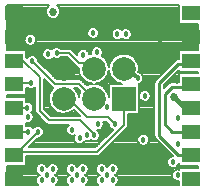
<source format=gbl>
G04 DipTrace Beta 2.3.5.2*
%INsubMicroLRSv2.GBL*%
%MOIN*%
%ADD13C,0.008*%
%ADD14C,0.01*%
%ADD15C,0.005*%
%ADD17C,0.012*%
%ADD18C,0.015*%
%ADD19C,0.007*%
%ADD26R,0.0787X0.0787*%
%ADD27C,0.0787*%
%ADD33R,0.0591X0.0512*%
%ADD35C,0.018*%
%ADD36C,0.027*%
%ADD37C,0.03*%
%FSLAX44Y44*%
G04*
G70*
G90*
G75*
G01*
%LNBottom*%
%LPD*%
X3060Y1820D2*
D13*
Y1790D1*
X3050Y1780D1*
Y1850D1*
X2587Y2312D1*
X1563D1*
X1250Y2625D1*
Y3750D1*
X695Y4305D1*
X384D1*
X950Y3550D2*
X384D1*
Y3518D1*
X1190Y1930D2*
X416Y1156D1*
X384D1*
X4050Y3040D2*
X4060Y3030D1*
Y2160D1*
X3170Y1270D1*
X384D1*
Y1156D1*
X875Y1937D2*
X870Y1943D1*
X384D1*
X3050Y4040D2*
X2870Y4220D1*
X2560D1*
X2218Y4562D1*
X1812D1*
X6150Y5900D2*
D15*
X6170Y5880D1*
X6290D1*
Y3518D2*
D14*
X6192Y3420D1*
X5650D1*
X5420Y3190D1*
Y2190D1*
X5667Y1943D1*
X6290D1*
Y4305D2*
X6172Y4188D1*
X5858D1*
X5230Y3560D1*
Y1800D1*
X5874Y1156D1*
X6290D1*
X2050Y3040D2*
D13*
X2210D1*
X2830Y2420D1*
X3518D1*
X3750Y2188D1*
X840Y2730D2*
X384D1*
X3050Y3040D2*
X2550Y3540D1*
X1750D1*
X1000Y4290D1*
X5730Y3082D2*
D18*
X6082Y2730D1*
X6290D1*
X4510Y3720D2*
D17*
X4190Y4040D1*
X4050D1*
D35*
X3500Y2750D3*
X4750Y3130D3*
X950Y3550D3*
X3500Y2750D3*
X1525Y4525D3*
X1190Y1930D3*
X3030Y5230D3*
X3840Y5188D3*
X2700Y4500D3*
X4125Y5188D3*
X3160Y4590D3*
X2326Y2000D3*
X2580Y1720D3*
X5690Y920D3*
X1000Y4290D3*
D3*
X2812Y1812D3*
D36*
X1688Y5940D3*
X5730Y3082D3*
D35*
X4510Y3720D3*
D3*
X937Y5000D3*
X420Y6020D3*
X4700Y1670D3*
X4100Y5950D3*
X840Y2730D3*
X3060Y1820D3*
X1500Y500D3*
X6020Y5320D3*
X5810Y3630D3*
X500Y500D3*
X438Y4938D3*
X2220Y5530D3*
X850Y2430D3*
X875Y1937D3*
D37*
X6150Y5900D3*
D35*
X1812Y4562D3*
X313Y687D3*
X5030Y1060D3*
X1910Y5530D3*
X3750Y2188D3*
X3188Y2182D3*
X5860Y1520D3*
X5870Y2380D3*
X5850Y480D3*
X1313Y688D3*
X1688D3*
X1313Y313D3*
X1688D3*
X2550Y3250D3*
X2020Y3800D3*
X5313Y6000D3*
X5250Y5625D3*
Y5313D3*
X688Y687D3*
X313Y313D3*
X688D3*
X2500Y500D3*
X2313Y687D3*
X2688D3*
X2313Y313D3*
X2688D3*
X3500Y500D3*
X3313Y687D3*
X3688D3*
X3313Y313D3*
X3688D3*
X5250Y5000D3*
Y4688D3*
X4437Y5125D3*
X4938D3*
X2125Y4813D3*
X5250Y4312D3*
X6438Y5125D3*
X1625Y2688D3*
X813Y3062D3*
X162Y6076D2*
D19*
X1480D1*
X1896D2*
X5880D1*
X162Y6007D2*
X1447D1*
X1928D2*
X5880D1*
X162Y5938D2*
X1438D1*
X1938D2*
X5880D1*
X162Y5869D2*
X1448D1*
X1927D2*
X5880D1*
X162Y5801D2*
X1482D1*
X1893D2*
X5880D1*
X162Y5732D2*
X1555D1*
X1820D2*
X5880D1*
X162Y5663D2*
X5880D1*
X162Y5595D2*
X5880D1*
X162Y5526D2*
X5880D1*
X162Y5457D2*
X6531D1*
X162Y5389D2*
X2905D1*
X3155D2*
X6531D1*
X162Y5320D2*
X2847D1*
X3213D2*
X3686D1*
X4278D2*
X6531D1*
X162Y5251D2*
X2826D1*
X3234D2*
X3646D1*
X4319D2*
X6531D1*
X162Y5183D2*
X855D1*
X1020D2*
X2832D1*
X3229D2*
X3635D1*
X4330D2*
X6531D1*
X162Y5114D2*
X769D1*
X1106D2*
X2863D1*
X3197D2*
X3650D1*
X4316D2*
X6531D1*
X162Y5045D2*
X738D1*
X1137D2*
X2953D1*
X3107D2*
X3696D1*
X4270D2*
X6531D1*
X162Y4977D2*
X734D1*
X1140D2*
X6531D1*
X162Y4908D2*
X756D1*
X1120D2*
X6531D1*
X162Y4839D2*
X816D1*
X1059D2*
X6531D1*
X162Y4770D2*
X3072D1*
X3248D2*
X6531D1*
X162Y4702D2*
X1429D1*
X1621D2*
X1666D1*
X2273D2*
X2990D1*
X3330D2*
X6531D1*
X795Y4633D2*
X1353D1*
X2363D2*
X2547D1*
X2853D2*
X2961D1*
X3360D2*
X5880D1*
X795Y4564D2*
X1324D1*
X2431D2*
X2506D1*
X2894D2*
X2957D1*
X3363D2*
X5880D1*
X795Y4496D2*
X1322D1*
X3341D2*
X3834D1*
X4266D2*
X5880D1*
X795Y4427D2*
X851D1*
X1149D2*
X1346D1*
X3376D2*
X3724D1*
X4376D2*
X5880D1*
X1193Y4358D2*
X1412D1*
X1638D2*
X2206D1*
X3445D2*
X3655D1*
X4445D2*
X5880D1*
X1216Y4290D2*
X2275D1*
X3492D2*
X3608D1*
X4492D2*
X5730D1*
X1285Y4221D2*
X2344D1*
X3525D2*
X3575D1*
X4524D2*
X5661D1*
X1354Y4152D2*
X2412D1*
X4545D2*
X5592D1*
X1423Y4084D2*
X2497D1*
X4556D2*
X5523D1*
X1491Y4015D2*
X2543D1*
X4557D2*
X5455D1*
X1559Y3946D2*
X2550D1*
X4550D2*
X5387D1*
X1628Y3878D2*
X2569D1*
X3531D2*
X3569D1*
X4636D2*
X5318D1*
X5778D2*
X5880D1*
X1697Y3809D2*
X2599D1*
X3502D2*
X3598D1*
X4694D2*
X5249D1*
X5709D2*
X5880D1*
X1766Y3740D2*
X2641D1*
X3459D2*
X3641D1*
X4714D2*
X5180D1*
X5640D2*
X5880D1*
X2625Y3671D2*
X2704D1*
X3397D2*
X3703D1*
X4708D2*
X5112D1*
X5571D2*
X5880D1*
X1405Y3603D2*
X1471D1*
X2703D2*
X2798D1*
X3303D2*
X3797D1*
X4676D2*
X5072D1*
X5502D2*
X5880D1*
X1405Y3534D2*
X1540D1*
X2772D2*
X2957D1*
X3142D2*
X3541D1*
X4585D2*
X5065D1*
X5434D2*
X5534D1*
X1405Y3465D2*
X1609D1*
X3322D2*
X3541D1*
X4558D2*
X5065D1*
X5395D2*
X5465D1*
X1405Y3397D2*
X1691D1*
X3409D2*
X3541D1*
X4558D2*
X5065D1*
X795Y3328D2*
X1096D1*
X1405D2*
X1633D1*
X2467D2*
X2546D1*
X3468D2*
X3541D1*
X4558D2*
X5065D1*
X795Y3259D2*
X1096D1*
X1405D2*
X1592D1*
X2508D2*
X2592D1*
X4558D2*
X4594D1*
X4906D2*
X5065D1*
X795Y3191D2*
X1096D1*
X1405D2*
X1565D1*
X4946D2*
X5065D1*
X162Y3122D2*
X1096D1*
X1405D2*
X1549D1*
X4954D2*
X5065D1*
X795Y3053D2*
X1096D1*
X1405D2*
X1542D1*
X4939D2*
X5065D1*
X795Y2985D2*
X1096D1*
X1405D2*
X1544D1*
X4558D2*
X4609D1*
X4891D2*
X5065D1*
X914Y2916D2*
X1096D1*
X1405D2*
X1557D1*
X4558D2*
X5065D1*
X1006Y2847D2*
X1096D1*
X1405D2*
X1580D1*
X4558D2*
X5065D1*
X1039Y2779D2*
X1096D1*
X1405D2*
X1615D1*
X4558D2*
X5065D1*
X1044Y2710D2*
X1096D1*
X1405D2*
X1666D1*
X4558D2*
X5065D1*
X1023Y2641D2*
X1096D1*
X1450D2*
X1739D1*
X4558D2*
X5065D1*
X994Y2572D2*
X1104D1*
X1519D2*
X1862D1*
X2238D2*
X2462D1*
X4558D2*
X5065D1*
X1041Y2504D2*
X1156D1*
X1587D2*
X2531D1*
X4215D2*
X5065D1*
X1055Y2435D2*
X1224D1*
X4215D2*
X5065D1*
X1044Y2366D2*
X1293D1*
X4215D2*
X5065D1*
X1004Y2298D2*
X1362D1*
X4215D2*
X5065D1*
X795Y2229D2*
X1430D1*
X3387D2*
X3492D1*
X4215D2*
X5065D1*
X795Y2160D2*
X2204D1*
X3391D2*
X3547D1*
X4215D2*
X5065D1*
X1006Y2092D2*
X1069D1*
X1311D2*
X2144D1*
X3371D2*
X3570D1*
X4197D2*
X5065D1*
X1371Y2023D2*
X2123D1*
X3311D2*
X3633D1*
X4138D2*
X5065D1*
X1393Y1954D2*
X2127D1*
X3212D2*
X3639D1*
X4071D2*
X5065D1*
X1390Y1886D2*
X2158D1*
X3253D2*
X3570D1*
X4002D2*
X5065D1*
X1359Y1817D2*
X2244D1*
X3264D2*
X3501D1*
X3933D2*
X4561D1*
X4839D2*
X5065D1*
X1275Y1748D2*
X2378D1*
X3251D2*
X3432D1*
X3864D2*
X4512D1*
X4889D2*
X5074D1*
X1156Y1680D2*
X2380D1*
X3206D2*
X3364D1*
X3795D2*
X4495D1*
X4904D2*
X5121D1*
X1087Y1611D2*
X2408D1*
X2751D2*
X3295D1*
X3727D2*
X4504D1*
X4895D2*
X5190D1*
X1018Y1542D2*
X2487D1*
X2673D2*
X3226D1*
X3658D2*
X4542D1*
X4858D2*
X5257D1*
X949Y1473D2*
X3157D1*
X3589D2*
X4672D1*
X4727D2*
X5326D1*
X3520Y1405D2*
X5395D1*
X3451Y1336D2*
X5464D1*
X3384Y1267D2*
X5533D1*
X3315Y1199D2*
X5601D1*
X3224Y1130D2*
X5670D1*
X795Y1061D2*
X5545D1*
X795Y993D2*
X5499D1*
X795Y924D2*
X5485D1*
X795Y855D2*
X1201D1*
X1424D2*
X1576D1*
X1799D2*
X2202D1*
X2424D2*
X2576D1*
X2800D2*
X3201D1*
X3424D2*
X3576D1*
X3799D2*
X5496D1*
X162Y787D2*
X1134D1*
X1866D2*
X2135D1*
X2865D2*
X3134D1*
X3866D2*
X5537D1*
X5842D2*
X6531D1*
X162Y718D2*
X1110D1*
X1890D2*
X2111D1*
X2890D2*
X3110D1*
X3890D2*
X5880D1*
X162Y649D2*
X1111D1*
X1888D2*
X2112D1*
X2888D2*
X3112D1*
X3889D2*
X5741D1*
X162Y581D2*
X1139D1*
X1861D2*
X2139D1*
X2861D2*
X3139D1*
X3861D2*
X5673D1*
X162Y512D2*
X1215D1*
X1785D2*
X2215D1*
X2785D2*
X3215D1*
X3785D2*
X5648D1*
X162Y443D2*
X1157D1*
X1843D2*
X2157D1*
X2843D2*
X3157D1*
X3843D2*
X5649D1*
X162Y374D2*
X1118D1*
X1882D2*
X2117D1*
X2883D2*
X3118D1*
X3882D2*
X5676D1*
X162Y306D2*
X1108D1*
X1892D2*
X2107D1*
X2893D2*
X3108D1*
X3892D2*
X5750D1*
X162Y237D2*
X1123D1*
X1878D2*
X2123D1*
X2877D2*
X3122D1*
X3877D2*
X5880D1*
X162Y168D2*
X1170D1*
X1829D2*
X2170D1*
X2830D2*
X3171D1*
X3830D2*
X5880D1*
X6539Y5516D2*
X5887D1*
Y6145D1*
X5733Y6144D1*
X1818D1*
X1856Y6115D1*
X1879Y6089D1*
X1899Y6060D1*
X1914Y6028D1*
X1924Y5995D1*
X1930Y5940D1*
X1928Y5905D1*
X1920Y5871D1*
X1908Y5838D1*
X1891Y5808D1*
X1870Y5780D1*
X1845Y5755D1*
X1817Y5735D1*
X1786Y5718D1*
X1753Y5706D1*
X1719Y5699D1*
X1684Y5697D1*
X1649Y5700D1*
X1615Y5708D1*
X1582Y5721D1*
X1552Y5738D1*
X1525Y5760D1*
X1500Y5785D1*
X1480Y5814D1*
X1464Y5845D1*
X1453Y5878D1*
X1446Y5912D1*
X1445Y5947D1*
X1448Y5982D1*
X1457Y6016D1*
X1470Y6048D1*
X1488Y6078D1*
X1510Y6106D1*
X1536Y6129D1*
X1558Y6145D1*
X1043Y6144D1*
X155D1*
X156Y4669D1*
X788D1*
Y4421D1*
X826Y4383D1*
X834Y4397D1*
X855Y4425D1*
X881Y4448D1*
X911Y4467D1*
X944Y4480D1*
X978Y4487D1*
X1013D1*
X1047Y4482D1*
X1080Y4471D1*
X1111Y4454D1*
X1138Y4432D1*
X1161Y4405D1*
X1179Y4375D1*
X1191Y4342D1*
X1197Y4302D1*
X1811Y3688D1*
X2345D1*
X2550D1*
X2585Y3684D1*
X2617Y3672D1*
X2655Y3645D1*
X2816Y3483D1*
X2861Y3505D1*
X2928Y3526D1*
X2997Y3539D1*
X3013Y3540D1*
X2963Y3546D1*
X2895Y3563D1*
X2830Y3589D1*
X2770Y3624D1*
X2715Y3667D1*
X2666Y3717D1*
X2625Y3774D1*
X2592Y3836D1*
X2568Y3901D1*
X2553Y3970D1*
X2548Y4039D1*
X2550Y4073D1*
X2525Y4076D1*
X2493Y4088D1*
X2455Y4115D1*
X2156Y4415D1*
X1943D1*
X1909Y4390D1*
X1877Y4376D1*
X1843Y4367D1*
X1808Y4365D1*
X1773Y4369D1*
X1740Y4378D1*
X1709Y4394D1*
X1687Y4410D1*
X1650Y4372D1*
X1621Y4352D1*
X1590Y4338D1*
X1556Y4330D1*
X1521Y4327D1*
X1486Y4331D1*
X1452Y4341D1*
X1421Y4357D1*
X1393Y4378D1*
X1369Y4403D1*
X1350Y4432D1*
X1337Y4465D1*
X1329Y4499D1*
X1327Y4534D1*
X1332Y4568D1*
X1343Y4602D1*
X1359Y4632D1*
X1380Y4660D1*
X1406Y4683D1*
X1436Y4702D1*
X1469Y4715D1*
X1503Y4722D1*
X1538D1*
X1572Y4717D1*
X1605Y4706D1*
X1636Y4689D1*
X1650Y4677D1*
X1668Y4697D1*
X1694Y4721D1*
X1724Y4739D1*
X1756Y4752D1*
X1790Y4759D1*
X1825Y4760D1*
X1860Y4755D1*
X1893Y4743D1*
X1924Y4726D1*
X1943Y4710D1*
X2218D1*
X2252Y4706D1*
X2285Y4694D1*
X2322Y4667D1*
X2502Y4487D1*
X2507Y4543D1*
X2518Y4577D1*
X2534Y4607D1*
X2555Y4635D1*
X2581Y4658D1*
X2611Y4677D1*
X2644Y4690D1*
X2678Y4697D1*
X2713D1*
X2747Y4692D1*
X2780Y4681D1*
X2811Y4664D1*
X2838Y4642D1*
X2861Y4615D1*
X2879Y4585D1*
X2891Y4552D1*
X2897Y4517D1*
X2962Y4534D1*
X2970Y4535D1*
X2964Y4564D1*
X2962Y4599D1*
X2967Y4633D1*
X2978Y4667D1*
X2994Y4697D1*
X3015Y4725D1*
X3041Y4748D1*
X3071Y4767D1*
X3104Y4780D1*
X3138Y4787D1*
X3173D1*
X3207Y4782D1*
X3240Y4771D1*
X3271Y4754D1*
X3298Y4732D1*
X3321Y4705D1*
X3339Y4675D1*
X3351Y4642D1*
X3358Y4590D1*
X3355Y4555D1*
X3346Y4521D1*
X3331Y4490D1*
X3313Y4466D1*
X3358Y4436D1*
X3410Y4389D1*
X3455Y4336D1*
X3492Y4276D1*
X3521Y4212D1*
X3540Y4145D1*
X3550Y4077D1*
X3559Y4144D1*
X3579Y4211D1*
X3607Y4275D1*
X3644Y4334D1*
X3689Y4388D1*
X3741Y4435D1*
X3799Y4474D1*
X3861Y4505D1*
X3928Y4526D1*
X3997Y4539D1*
X4067Y4541D1*
X4136Y4534D1*
X4204Y4517D1*
X4269Y4491D1*
X4330Y4456D1*
X4385Y4413D1*
X4434Y4363D1*
X4475Y4307D1*
X4508Y4245D1*
X4532Y4179D1*
X4546Y4111D1*
X4552Y4040D1*
X4547Y3970D1*
X4539Y3928D1*
X4557Y3912D1*
X4590Y3901D1*
X4621Y3884D1*
X4648Y3862D1*
X4671Y3835D1*
X4689Y3805D1*
X4701Y3772D1*
X4708Y3720D1*
X4705Y3685D1*
X4696Y3651D1*
X4681Y3620D1*
X4660Y3591D1*
X4635Y3567D1*
X4606Y3547D1*
X4575Y3533D1*
X4552Y3527D1*
Y3157D1*
Y2538D1*
X4207D1*
X4208Y2160D1*
X4204Y2125D1*
X4192Y2093D1*
X4165Y2055D1*
X3275Y1165D1*
X3247Y1144D1*
X3215Y1129D1*
X3170Y1122D1*
X787D1*
X788Y819D1*
Y792D1*
X154D1*
X155Y579D1*
Y155D1*
X1193D1*
X1157Y191D1*
X1138Y220D1*
X1124Y252D1*
X1116Y286D1*
X1115Y321D1*
X1119Y356D1*
X1130Y389D1*
X1146Y420D1*
X1168Y448D1*
X1194Y471D1*
X1224Y489D1*
X1251Y500D1*
X1209Y519D1*
X1181Y540D1*
X1157Y566D1*
X1138Y595D1*
X1124Y627D1*
X1116Y661D1*
X1115Y696D1*
X1119Y731D1*
X1130Y764D1*
X1146Y795D1*
X1168Y823D1*
X1194Y846D1*
X1224Y864D1*
X1256Y877D1*
X1290Y884D1*
X1325Y885D1*
X1360Y880D1*
X1393Y868D1*
X1424Y851D1*
X1451Y829D1*
X1473Y803D1*
X1491Y772D1*
X1500Y749D1*
X1521Y795D1*
X1543Y823D1*
X1569Y846D1*
X1599Y864D1*
X1631Y877D1*
X1665Y884D1*
X1700Y885D1*
X1735Y880D1*
X1768Y868D1*
X1799Y851D1*
X1826Y829D1*
X1848Y803D1*
X1866Y772D1*
X1878Y740D1*
X1885Y688D1*
X1882Y653D1*
X1873Y619D1*
X1858Y587D1*
X1838Y559D1*
X1813Y534D1*
X1784Y515D1*
X1751Y500D1*
X1799Y476D1*
X1826Y454D1*
X1848Y428D1*
X1866Y397D1*
X1878Y365D1*
X1885Y313D1*
X1882Y278D1*
X1873Y244D1*
X1858Y212D1*
X1838Y184D1*
X1806Y155D1*
X2193D1*
X2157Y191D1*
X2138Y220D1*
X2124Y252D1*
X2116Y286D1*
X2115Y321D1*
X2119Y356D1*
X2130Y389D1*
X2146Y420D1*
X2168Y448D1*
X2194Y471D1*
X2224Y489D1*
X2251Y500D1*
X2209Y519D1*
X2181Y540D1*
X2157Y566D1*
X2138Y595D1*
X2124Y627D1*
X2116Y661D1*
X2115Y696D1*
X2119Y731D1*
X2130Y764D1*
X2146Y795D1*
X2168Y822D1*
X2194Y846D1*
X2224Y864D1*
X2256Y877D1*
X2290Y884D1*
X2325Y885D1*
X2360Y880D1*
X2393Y868D1*
X2424Y851D1*
X2451Y829D1*
X2473Y803D1*
X2491Y772D1*
X2500Y749D1*
X2521Y795D1*
X2543Y822D1*
X2569Y846D1*
X2599Y864D1*
X2631Y877D1*
X2665Y884D1*
X2700Y885D1*
X2735Y880D1*
X2768Y868D1*
X2799Y851D1*
X2826Y829D1*
X2848Y803D1*
X2866Y772D1*
X2878Y740D1*
X2885Y687D1*
X2882Y653D1*
X2873Y619D1*
X2858Y587D1*
X2838Y559D1*
X2813Y534D1*
X2784Y515D1*
X2751Y500D1*
X2799Y476D1*
X2826Y454D1*
X2848Y428D1*
X2866Y397D1*
X2878Y365D1*
X2885Y313D1*
X2882Y278D1*
X2873Y244D1*
X2858Y212D1*
X2838Y184D1*
X2806Y155D1*
X3192D1*
X3157Y191D1*
X3138Y220D1*
X3124Y252D1*
X3116Y286D1*
X3115Y321D1*
X3119Y356D1*
X3130Y389D1*
X3146Y420D1*
X3168Y448D1*
X3194Y471D1*
X3224Y489D1*
X3251Y500D1*
X3209Y519D1*
X3181Y540D1*
X3157Y566D1*
X3138Y595D1*
X3124Y627D1*
X3116Y661D1*
X3115Y696D1*
X3119Y731D1*
X3130Y764D1*
X3146Y795D1*
X3168Y822D1*
X3194Y846D1*
X3224Y864D1*
X3256Y877D1*
X3290Y884D1*
X3325Y885D1*
X3360Y880D1*
X3393Y868D1*
X3424Y851D1*
X3451Y829D1*
X3473Y803D1*
X3491Y772D1*
X3500Y749D1*
X3521Y795D1*
X3543Y822D1*
X3569Y846D1*
X3599Y864D1*
X3631Y877D1*
X3665Y884D1*
X3700Y885D1*
X3735Y880D1*
X3768Y868D1*
X3799Y851D1*
X3826Y829D1*
X3848Y803D1*
X3866Y772D1*
X3878Y740D1*
X3885Y687D1*
X3882Y653D1*
X3873Y619D1*
X3858Y587D1*
X3838Y559D1*
X3813Y534D1*
X3784Y515D1*
X3751Y500D1*
X3799Y476D1*
X3826Y454D1*
X3848Y428D1*
X3866Y397D1*
X3878Y365D1*
X3885Y313D1*
X3882Y278D1*
X3873Y244D1*
X3858Y212D1*
X3838Y184D1*
X3806Y155D1*
X5887D1*
Y286D1*
X5846Y282D1*
X5811Y286D1*
X5777Y296D1*
X5746Y312D1*
X5718Y333D1*
X5694Y358D1*
X5675Y387D1*
X5662Y420D1*
X5654Y454D1*
X5652Y489D1*
X5657Y523D1*
X5668Y557D1*
X5684Y587D1*
X5705Y615D1*
X5731Y638D1*
X5761Y657D1*
X5794Y670D1*
X5828Y677D1*
X5863D1*
X5888Y674D1*
X5887Y732D1*
X6538D1*
Y793D1*
X6203Y792D1*
X5887D1*
Y902D1*
X5876Y851D1*
X5861Y820D1*
X5840Y791D1*
X5815Y767D1*
X5786Y747D1*
X5755Y733D1*
X5721Y725D1*
X5686Y722D1*
X5651Y726D1*
X5617Y736D1*
X5586Y752D1*
X5558Y773D1*
X5534Y798D1*
X5515Y827D1*
X5502Y860D1*
X5494Y894D1*
X5492Y929D1*
X5497Y963D1*
X5508Y997D1*
X5524Y1027D1*
X5545Y1055D1*
X5571Y1078D1*
X5601Y1097D1*
X5634Y1110D1*
X5668Y1117D1*
X5689Y1118D1*
X5118Y1688D1*
X5097Y1716D1*
X5081Y1747D1*
X5072Y1794D1*
Y3560D1*
X5076Y3595D1*
X5087Y3628D1*
X5114Y3667D1*
X5746Y4299D1*
X5773Y4321D1*
X5805Y4336D1*
X5852Y4345D1*
X5887D1*
Y4669D1*
X6538Y4670D1*
Y5515D1*
X6539Y3941D2*
X5887D1*
Y3993D1*
X5388Y3495D1*
Y3382D1*
X5538Y3532D1*
X5566Y3553D1*
X5597Y3569D1*
X5644Y3578D1*
X5887D1*
Y3882D1*
X6538D1*
Y3943D1*
X788Y2242D2*
Y2115D1*
X819Y2127D1*
X853Y2134D1*
X888Y2135D1*
X922Y2130D1*
X955Y2118D1*
X986Y2101D1*
X1013Y2079D1*
X1035Y2053D1*
X1071Y2088D1*
X1101Y2107D1*
X1134Y2120D1*
X1168Y2127D1*
X1203D1*
X1237Y2122D1*
X1270Y2111D1*
X1301Y2094D1*
X1328Y2072D1*
X1351Y2045D1*
X1369Y2015D1*
X1381Y1982D1*
X1388Y1930D1*
X1385Y1895D1*
X1376Y1861D1*
X1361Y1830D1*
X1340Y1801D1*
X1315Y1777D1*
X1286Y1757D1*
X1255Y1743D1*
X1221Y1735D1*
X1202Y1733D1*
X887Y1418D1*
X3109D1*
X3690Y1999D1*
X3646Y2019D1*
X3618Y2040D1*
X3594Y2066D1*
X3575Y2095D1*
X3562Y2127D1*
X3554Y2161D1*
X3553Y2175D1*
X3456Y2272D1*
X3363D1*
X3378Y2235D1*
X3385Y2182D1*
X3382Y2148D1*
X3373Y2114D1*
X3358Y2082D1*
X3338Y2054D1*
X3313Y2029D1*
X3284Y2010D1*
X3252Y1996D1*
X3218Y1987D1*
X3183Y1985D1*
X3167Y1987D1*
X3198Y1962D1*
X3221Y1935D1*
X3239Y1905D1*
X3251Y1872D1*
X3258Y1820D1*
X3255Y1785D1*
X3246Y1751D1*
X3231Y1720D1*
X3210Y1691D1*
X3185Y1667D1*
X3156Y1647D1*
X3125Y1633D1*
X3091Y1625D1*
X3056Y1622D1*
X3021Y1626D1*
X2987Y1636D1*
X2956Y1652D1*
X2941Y1663D1*
X2909Y1640D1*
X2877Y1626D1*
X2843Y1617D1*
X2808Y1615D1*
X2773Y1619D1*
X2754Y1624D1*
X2730Y1591D1*
X2705Y1567D1*
X2676Y1547D1*
X2645Y1533D1*
X2611Y1525D1*
X2576Y1522D1*
X2541Y1526D1*
X2507Y1536D1*
X2476Y1552D1*
X2448Y1573D1*
X2424Y1598D1*
X2405Y1627D1*
X2392Y1660D1*
X2384Y1694D1*
X2382Y1729D1*
X2387Y1763D1*
X2398Y1797D1*
X2410Y1821D1*
X2357Y1805D1*
X2322Y1802D1*
X2287Y1806D1*
X2253Y1816D1*
X2222Y1832D1*
X2194Y1853D1*
X2170Y1878D1*
X2151Y1907D1*
X2138Y1940D1*
X2130Y1974D1*
X2128Y2009D1*
X2133Y2043D1*
X2144Y2077D1*
X2160Y2107D1*
X2181Y2135D1*
X2218Y2165D1*
X1563D1*
X1528Y2169D1*
X1495Y2181D1*
X1458Y2208D1*
X1145Y2520D1*
X1124Y2548D1*
X1109Y2580D1*
X1102Y2625D1*
Y3425D1*
X1075Y3397D1*
X1046Y3377D1*
X1015Y3363D1*
X981Y3355D1*
X946Y3352D1*
X911Y3356D1*
X877Y3366D1*
X846Y3382D1*
X819Y3402D1*
X787D1*
X788Y3154D1*
X154D1*
X155Y3094D1*
X788D1*
Y2920D1*
X818Y2927D1*
X853D1*
X887Y2922D1*
X920Y2911D1*
X951Y2894D1*
X978Y2872D1*
X1001Y2845D1*
X1019Y2815D1*
X1031Y2782D1*
X1038Y2730D1*
X1035Y2695D1*
X1026Y2661D1*
X1011Y2630D1*
X990Y2601D1*
X974Y2585D1*
X1011Y2545D1*
X1029Y2515D1*
X1041Y2482D1*
X1048Y2430D1*
X1045Y2395D1*
X1036Y2361D1*
X1021Y2330D1*
X1000Y2301D1*
X975Y2277D1*
X946Y2257D1*
X915Y2243D1*
X881Y2235D1*
X846Y2232D1*
X811Y2236D1*
X787Y2243D1*
X3583Y3542D2*
X3996D1*
X3929Y3553D1*
X3862Y3575D1*
X3800Y3606D1*
X3742Y3645D1*
X3690Y3691D1*
X3645Y3745D1*
X3607Y3804D1*
X3579Y3868D1*
X3560Y3935D1*
X3550Y4003D1*
X3541Y3936D1*
X3521Y3869D1*
X3493Y3805D1*
X3456Y3745D1*
X3411Y3692D1*
X3359Y3645D1*
X3301Y3606D1*
X3238Y3575D1*
X3172Y3553D1*
X3103Y3541D1*
X3086Y3540D1*
X3136Y3534D1*
X3204Y3517D1*
X3269Y3491D1*
X3330Y3456D1*
X3385Y3413D1*
X3434Y3363D1*
X3475Y3307D1*
X3508Y3245D1*
X3532Y3179D1*
X3546Y3111D1*
X3548Y3098D1*
Y3542D1*
X3583D1*
X2550Y3078D2*
X2559Y3144D1*
X2579Y3211D1*
X2606Y3274D1*
X2488Y3393D1*
X2407Y3392D1*
X2434Y3363D1*
X2475Y3307D1*
X2508Y3245D1*
X2532Y3179D1*
X2546Y3111D1*
X2550Y3077D1*
X2380Y2662D2*
X2331Y2624D1*
X2270Y2589D1*
X2205Y2563D1*
X2137Y2546D1*
X2068Y2539D1*
X1998Y2541D1*
X1929Y2553D1*
X1862Y2575D1*
X1800Y2606D1*
X1742Y2645D1*
X1690Y2691D1*
X1645Y2745D1*
X1607Y2804D1*
X1579Y2868D1*
X1560Y2935D1*
X1550Y3005D1*
Y3074D1*
X1559Y3144D1*
X1579Y3211D1*
X1607Y3275D1*
X1644Y3334D1*
X1689Y3388D1*
X1702Y3401D1*
X1683Y3408D1*
X1645Y3435D1*
X1397Y3684D1*
X1398Y3260D1*
Y2686D1*
X1624Y2460D1*
X1913D1*
X2581D1*
X2380Y2661D1*
X4895Y1635D2*
X4886Y1601D1*
X4871Y1570D1*
X4850Y1541D1*
X4825Y1517D1*
X4796Y1497D1*
X4765Y1483D1*
X4731Y1475D1*
X4696Y1472D1*
X4661Y1476D1*
X4627Y1486D1*
X4596Y1502D1*
X4568Y1523D1*
X4544Y1548D1*
X4525Y1577D1*
X4512Y1610D1*
X4504Y1644D1*
X4502Y1679D1*
X4507Y1713D1*
X4518Y1747D1*
X4534Y1777D1*
X4555Y1805D1*
X4581Y1828D1*
X4611Y1847D1*
X4644Y1860D1*
X4678Y1867D1*
X4713D1*
X4747Y1862D1*
X4780Y1851D1*
X4811Y1834D1*
X4838Y1812D1*
X4861Y1785D1*
X4879Y1755D1*
X4891Y1722D1*
X4898Y1670D1*
X4895Y1635D1*
X4945Y3095D2*
X4936Y3061D1*
X4921Y3030D1*
X4900Y3001D1*
X4875Y2977D1*
X4846Y2957D1*
X4815Y2943D1*
X4781Y2935D1*
X4746Y2932D1*
X4711Y2936D1*
X4677Y2946D1*
X4646Y2962D1*
X4618Y2983D1*
X4594Y3008D1*
X4575Y3037D1*
X4562Y3070D1*
X4554Y3104D1*
X4552Y3139D1*
X4557Y3173D1*
X4568Y3207D1*
X4584Y3237D1*
X4605Y3265D1*
X4631Y3288D1*
X4661Y3307D1*
X4694Y3320D1*
X4728Y3327D1*
X4763D1*
X4797Y3322D1*
X4830Y3311D1*
X4861Y3294D1*
X4888Y3272D1*
X4911Y3245D1*
X4929Y3215D1*
X4941Y3182D1*
X4948Y3130D1*
X4945Y3095D1*
X3225Y5195D2*
X3216Y5161D1*
X3201Y5130D1*
X3180Y5101D1*
X3155Y5077D1*
X3126Y5057D1*
X3095Y5043D1*
X3061Y5035D1*
X3026Y5032D1*
X2991Y5036D1*
X2957Y5046D1*
X2926Y5062D1*
X2898Y5083D1*
X2874Y5108D1*
X2855Y5137D1*
X2842Y5170D1*
X2834Y5204D1*
X2832Y5239D1*
X2837Y5273D1*
X2848Y5307D1*
X2864Y5337D1*
X2885Y5365D1*
X2911Y5388D1*
X2941Y5407D1*
X2974Y5420D1*
X3008Y5427D1*
X3043D1*
X3077Y5422D1*
X3110Y5411D1*
X3141Y5394D1*
X3168Y5372D1*
X3191Y5345D1*
X3209Y5315D1*
X3221Y5282D1*
X3228Y5230D1*
X3225Y5195D1*
X3982Y5051D2*
X3965Y5034D1*
X3936Y5015D1*
X3905Y5001D1*
X3871Y4992D1*
X3836Y4990D1*
X3801Y4994D1*
X3767Y5003D1*
X3736Y5019D1*
X3708Y5040D1*
X3684Y5066D1*
X3665Y5095D1*
X3652Y5127D1*
X3644Y5161D1*
X3642Y5196D1*
X3647Y5231D1*
X3658Y5264D1*
X3674Y5295D1*
X3695Y5323D1*
X3721Y5346D1*
X3751Y5364D1*
X3784Y5377D1*
X3818Y5384D1*
X3853Y5385D1*
X3887Y5380D1*
X3920Y5368D1*
X3951Y5351D1*
X3982Y5325D1*
X4006Y5346D1*
X4036Y5364D1*
X4069Y5377D1*
X4103Y5384D1*
X4138Y5385D1*
X4172Y5380D1*
X4205Y5368D1*
X4236Y5351D1*
X4263Y5329D1*
X4286Y5303D1*
X4304Y5272D1*
X4316Y5240D1*
X4323Y5188D1*
X4320Y5153D1*
X4311Y5119D1*
X4296Y5087D1*
X4275Y5059D1*
X4250Y5034D1*
X4221Y5015D1*
X4190Y5001D1*
X4156Y4992D1*
X4121Y4990D1*
X4086Y4994D1*
X4052Y5003D1*
X4021Y5019D1*
X3993Y5040D1*
X3983Y5050D1*
X826Y4383D2*
X834Y4397D1*
X855Y4425D1*
X881Y4448D1*
X911Y4467D1*
X944Y4480D1*
X978Y4487D1*
X1013D1*
X1047Y4482D1*
X1080Y4471D1*
X1111Y4454D1*
X1138Y4432D1*
X1161Y4405D1*
X1179Y4375D1*
X1191Y4342D1*
X1197Y4302D1*
X4554Y3913D2*
X4590Y3901D1*
X4621Y3884D1*
X4648Y3862D1*
X4671Y3835D1*
X4689Y3805D1*
X4701Y3772D1*
X4708Y3720D1*
X4705Y3685D1*
X4696Y3651D1*
X4681Y3620D1*
X4660Y3591D1*
X4635Y3567D1*
X4606Y3547D1*
X4575Y3533D1*
X4552Y3527D1*
X1132Y4965D2*
X1123Y4931D1*
X1108Y4900D1*
X1088Y4871D1*
X1063Y4847D1*
X1034Y4827D1*
X1002Y4813D1*
X968Y4805D1*
X933Y4802D1*
X898Y4806D1*
X865Y4816D1*
X834Y4832D1*
X806Y4853D1*
X782Y4878D1*
X763Y4907D1*
X749Y4940D1*
X741Y4974D1*
X740Y5009D1*
X744Y5043D1*
X755Y5077D1*
X771Y5107D1*
X793Y5135D1*
X819Y5158D1*
X849Y5177D1*
X881Y5190D1*
X915Y5197D1*
X950D1*
X985Y5192D1*
X1018Y5181D1*
X1049Y5164D1*
X1076Y5142D1*
X1098Y5115D1*
X1116Y5085D1*
X1128Y5052D1*
X1135Y5000D1*
X1132Y4965D1*
D26*
X4050Y3040D3*
D27*
X3050D3*
X4050Y4040D3*
X3050D3*
X2050Y3040D3*
Y4040D3*
D33*
X6290Y5880D3*
Y5093D3*
Y4305D3*
Y3518D3*
Y2730D3*
Y1943D3*
Y1156D3*
Y368D3*
X384D3*
Y1156D3*
Y1943D3*
Y2730D3*
Y3518D3*
Y4305D3*
Y5093D3*
Y5880D3*
M02*

</source>
